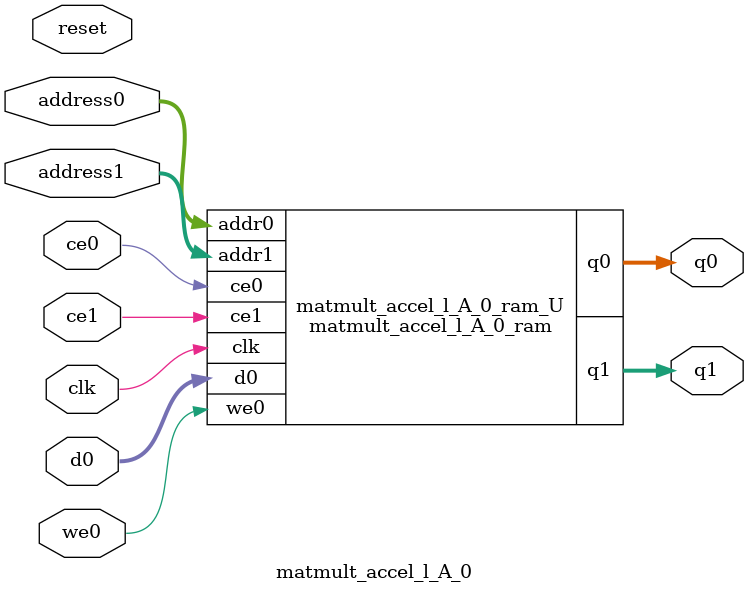
<source format=v>
`timescale 1 ns / 1 ps
module matmult_accel_l_A_0_ram (addr0, ce0, d0, we0, q0, addr1, ce1, q1,  clk);

parameter DWIDTH = 32;
parameter AWIDTH = 11;
parameter MEM_SIZE = 2048;

input[AWIDTH-1:0] addr0;
input ce0;
input[DWIDTH-1:0] d0;
input we0;
output reg[DWIDTH-1:0] q0;
input[AWIDTH-1:0] addr1;
input ce1;
output reg[DWIDTH-1:0] q1;
input clk;

(* ram_style = "block" *)reg [DWIDTH-1:0] ram[0:MEM_SIZE-1];




always @(posedge clk)  
begin 
    if (ce0) begin
        if (we0) 
            ram[addr0] <= d0; 
        q0 <= ram[addr0];
    end
end


always @(posedge clk)  
begin 
    if (ce1) begin
        q1 <= ram[addr1];
    end
end


endmodule

`timescale 1 ns / 1 ps
module matmult_accel_l_A_0(
    reset,
    clk,
    address0,
    ce0,
    we0,
    d0,
    q0,
    address1,
    ce1,
    q1);

parameter DataWidth = 32'd32;
parameter AddressRange = 32'd2048;
parameter AddressWidth = 32'd11;
input reset;
input clk;
input[AddressWidth - 1:0] address0;
input ce0;
input we0;
input[DataWidth - 1:0] d0;
output[DataWidth - 1:0] q0;
input[AddressWidth - 1:0] address1;
input ce1;
output[DataWidth - 1:0] q1;



matmult_accel_l_A_0_ram matmult_accel_l_A_0_ram_U(
    .clk( clk ),
    .addr0( address0 ),
    .ce0( ce0 ),
    .we0( we0 ),
    .d0( d0 ),
    .q0( q0 ),
    .addr1( address1 ),
    .ce1( ce1 ),
    .q1( q1 ));

endmodule


</source>
